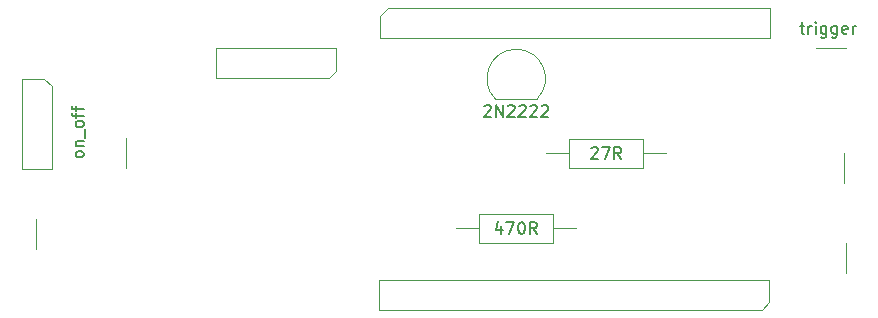
<source format=gbr>
%TF.GenerationSoftware,KiCad,Pcbnew,6.0.10-1.fc36*%
%TF.CreationDate,2023-01-12T14:27:36+01:00*%
%TF.ProjectId,wererabbit_game,77657265-7261-4626-9269-745f67616d65,rev?*%
%TF.SameCoordinates,Original*%
%TF.FileFunction,AssemblyDrawing,Top*%
%FSLAX46Y46*%
G04 Gerber Fmt 4.6, Leading zero omitted, Abs format (unit mm)*
G04 Created by KiCad (PCBNEW 6.0.10-1.fc36) date 2023-01-12 14:27:36*
%MOMM*%
%LPD*%
G01*
G04 APERTURE LIST*
%ADD10C,0.150000*%
%ADD11C,0.100000*%
%ADD12C,0.120000*%
G04 APERTURE END LIST*
D10*
%TO.C,R1*%
X140978095Y-119165714D02*
X140978095Y-119832380D01*
X140740000Y-118784761D02*
X140501904Y-119499047D01*
X141120952Y-119499047D01*
X141406666Y-118832380D02*
X142073333Y-118832380D01*
X141644761Y-119832380D01*
X142644761Y-118832380D02*
X142740000Y-118832380D01*
X142835238Y-118880000D01*
X142882857Y-118927619D01*
X142930476Y-119022857D01*
X142978095Y-119213333D01*
X142978095Y-119451428D01*
X142930476Y-119641904D01*
X142882857Y-119737142D01*
X142835238Y-119784761D01*
X142740000Y-119832380D01*
X142644761Y-119832380D01*
X142549523Y-119784761D01*
X142501904Y-119737142D01*
X142454285Y-119641904D01*
X142406666Y-119451428D01*
X142406666Y-119213333D01*
X142454285Y-119022857D01*
X142501904Y-118927619D01*
X142549523Y-118880000D01*
X142644761Y-118832380D01*
X143978095Y-119832380D02*
X143644761Y-119356190D01*
X143406666Y-119832380D02*
X143406666Y-118832380D01*
X143787619Y-118832380D01*
X143882857Y-118880000D01*
X143930476Y-118927619D01*
X143978095Y-119022857D01*
X143978095Y-119165714D01*
X143930476Y-119260952D01*
X143882857Y-119308571D01*
X143787619Y-119356190D01*
X143406666Y-119356190D01*
%TO.C,J11*%
X105608380Y-113180571D02*
X105560761Y-113275809D01*
X105513142Y-113323428D01*
X105417904Y-113371047D01*
X105132190Y-113371047D01*
X105036952Y-113323428D01*
X104989333Y-113275809D01*
X104941714Y-113180571D01*
X104941714Y-113037714D01*
X104989333Y-112942476D01*
X105036952Y-112894857D01*
X105132190Y-112847238D01*
X105417904Y-112847238D01*
X105513142Y-112894857D01*
X105560761Y-112942476D01*
X105608380Y-113037714D01*
X105608380Y-113180571D01*
X104941714Y-112418666D02*
X105608380Y-112418666D01*
X105036952Y-112418666D02*
X104989333Y-112371047D01*
X104941714Y-112275809D01*
X104941714Y-112132952D01*
X104989333Y-112037714D01*
X105084571Y-111990095D01*
X105608380Y-111990095D01*
X105703619Y-111752000D02*
X105703619Y-110990095D01*
X105608380Y-110609142D02*
X105560761Y-110704380D01*
X105513142Y-110752000D01*
X105417904Y-110799619D01*
X105132190Y-110799619D01*
X105036952Y-110752000D01*
X104989333Y-110704380D01*
X104941714Y-110609142D01*
X104941714Y-110466285D01*
X104989333Y-110371047D01*
X105036952Y-110323428D01*
X105132190Y-110275809D01*
X105417904Y-110275809D01*
X105513142Y-110323428D01*
X105560761Y-110371047D01*
X105608380Y-110466285D01*
X105608380Y-110609142D01*
X104941714Y-109990095D02*
X104941714Y-109609142D01*
X105608380Y-109847238D02*
X104751238Y-109847238D01*
X104656000Y-109799619D01*
X104608380Y-109704380D01*
X104608380Y-109609142D01*
X104941714Y-109418666D02*
X104941714Y-109037714D01*
X105608380Y-109275809D02*
X104751238Y-109275809D01*
X104656000Y-109228190D01*
X104608380Y-109132952D01*
X104608380Y-109037714D01*
%TO.C,R2*%
X148598095Y-112577619D02*
X148645714Y-112530000D01*
X148740952Y-112482380D01*
X148979047Y-112482380D01*
X149074285Y-112530000D01*
X149121904Y-112577619D01*
X149169523Y-112672857D01*
X149169523Y-112768095D01*
X149121904Y-112910952D01*
X148550476Y-113482380D01*
X149169523Y-113482380D01*
X149502857Y-112482380D02*
X150169523Y-112482380D01*
X149740952Y-113482380D01*
X151121904Y-113482380D02*
X150788571Y-113006190D01*
X150550476Y-113482380D02*
X150550476Y-112482380D01*
X150931428Y-112482380D01*
X151026666Y-112530000D01*
X151074285Y-112577619D01*
X151121904Y-112672857D01*
X151121904Y-112815714D01*
X151074285Y-112910952D01*
X151026666Y-112958571D01*
X150931428Y-113006190D01*
X150550476Y-113006190D01*
%TO.C,J7*%
X166259047Y-102225714D02*
X166640000Y-102225714D01*
X166401904Y-101892380D02*
X166401904Y-102749523D01*
X166449523Y-102844761D01*
X166544761Y-102892380D01*
X166640000Y-102892380D01*
X166973333Y-102892380D02*
X166973333Y-102225714D01*
X166973333Y-102416190D02*
X167020952Y-102320952D01*
X167068571Y-102273333D01*
X167163809Y-102225714D01*
X167259047Y-102225714D01*
X167592380Y-102892380D02*
X167592380Y-102225714D01*
X167592380Y-101892380D02*
X167544761Y-101940000D01*
X167592380Y-101987619D01*
X167640000Y-101940000D01*
X167592380Y-101892380D01*
X167592380Y-101987619D01*
X168497142Y-102225714D02*
X168497142Y-103035238D01*
X168449523Y-103130476D01*
X168401904Y-103178095D01*
X168306666Y-103225714D01*
X168163809Y-103225714D01*
X168068571Y-103178095D01*
X168497142Y-102844761D02*
X168401904Y-102892380D01*
X168211428Y-102892380D01*
X168116190Y-102844761D01*
X168068571Y-102797142D01*
X168020952Y-102701904D01*
X168020952Y-102416190D01*
X168068571Y-102320952D01*
X168116190Y-102273333D01*
X168211428Y-102225714D01*
X168401904Y-102225714D01*
X168497142Y-102273333D01*
X169401904Y-102225714D02*
X169401904Y-103035238D01*
X169354285Y-103130476D01*
X169306666Y-103178095D01*
X169211428Y-103225714D01*
X169068571Y-103225714D01*
X168973333Y-103178095D01*
X169401904Y-102844761D02*
X169306666Y-102892380D01*
X169116190Y-102892380D01*
X169020952Y-102844761D01*
X168973333Y-102797142D01*
X168925714Y-102701904D01*
X168925714Y-102416190D01*
X168973333Y-102320952D01*
X169020952Y-102273333D01*
X169116190Y-102225714D01*
X169306666Y-102225714D01*
X169401904Y-102273333D01*
X170259047Y-102844761D02*
X170163809Y-102892380D01*
X169973333Y-102892380D01*
X169878095Y-102844761D01*
X169830476Y-102749523D01*
X169830476Y-102368571D01*
X169878095Y-102273333D01*
X169973333Y-102225714D01*
X170163809Y-102225714D01*
X170259047Y-102273333D01*
X170306666Y-102368571D01*
X170306666Y-102463809D01*
X169830476Y-102559047D01*
X170735238Y-102892380D02*
X170735238Y-102225714D01*
X170735238Y-102416190D02*
X170782857Y-102320952D01*
X170830476Y-102273333D01*
X170925714Y-102225714D01*
X171020952Y-102225714D01*
%TO.C,Q1*%
X139525714Y-109017619D02*
X139573333Y-108970000D01*
X139668571Y-108922380D01*
X139906666Y-108922380D01*
X140001904Y-108970000D01*
X140049523Y-109017619D01*
X140097142Y-109112857D01*
X140097142Y-109208095D01*
X140049523Y-109350952D01*
X139478095Y-109922380D01*
X140097142Y-109922380D01*
X140525714Y-109922380D02*
X140525714Y-108922380D01*
X141097142Y-109922380D01*
X141097142Y-108922380D01*
X141525714Y-109017619D02*
X141573333Y-108970000D01*
X141668571Y-108922380D01*
X141906666Y-108922380D01*
X142001904Y-108970000D01*
X142049523Y-109017619D01*
X142097142Y-109112857D01*
X142097142Y-109208095D01*
X142049523Y-109350952D01*
X141478095Y-109922380D01*
X142097142Y-109922380D01*
X142478095Y-109017619D02*
X142525714Y-108970000D01*
X142620952Y-108922380D01*
X142859047Y-108922380D01*
X142954285Y-108970000D01*
X143001904Y-109017619D01*
X143049523Y-109112857D01*
X143049523Y-109208095D01*
X143001904Y-109350952D01*
X142430476Y-109922380D01*
X143049523Y-109922380D01*
X143430476Y-109017619D02*
X143478095Y-108970000D01*
X143573333Y-108922380D01*
X143811428Y-108922380D01*
X143906666Y-108970000D01*
X143954285Y-109017619D01*
X144001904Y-109112857D01*
X144001904Y-109208095D01*
X143954285Y-109350952D01*
X143382857Y-109922380D01*
X144001904Y-109922380D01*
X144382857Y-109017619D02*
X144430476Y-108970000D01*
X144525714Y-108922380D01*
X144763809Y-108922380D01*
X144859047Y-108970000D01*
X144906666Y-109017619D01*
X144954285Y-109112857D01*
X144954285Y-109208095D01*
X144906666Y-109350952D01*
X144335238Y-109922380D01*
X144954285Y-109922380D01*
D11*
%TO.C,R1*%
X139090000Y-120630000D02*
X145390000Y-120630000D01*
X147320000Y-119380000D02*
X145390000Y-119380000D01*
X139090000Y-118130000D02*
X139090000Y-120630000D01*
X137160000Y-119380000D02*
X139090000Y-119380000D01*
X145390000Y-120630000D02*
X145390000Y-118130000D01*
X145390000Y-118130000D02*
X139090000Y-118130000D01*
D12*
%TO.C,J8*%
X101600000Y-118570000D02*
X101600000Y-121110000D01*
%TO.C,J10*%
X170180000Y-123190000D02*
X170180000Y-120650000D01*
%TO.C,J11*%
X109220000Y-111710000D02*
X109220000Y-114250000D01*
%TO.C,J6*%
X169970000Y-115570000D02*
X169970000Y-113030000D01*
D11*
%TO.C,SW1*%
X102895000Y-114345000D02*
X100355000Y-114345000D01*
X102260000Y-106725000D02*
X102895000Y-107360000D01*
X100355000Y-114345000D02*
X100355000Y-106725000D01*
X100355000Y-106725000D02*
X102260000Y-106725000D01*
X102895000Y-107360000D02*
X102895000Y-114345000D01*
%TO.C,J9*%
X126365000Y-106680000D02*
X116840000Y-106680000D01*
X116840000Y-104140000D02*
X127000000Y-104140000D01*
X127000000Y-106045000D02*
X126365000Y-106680000D01*
X127000000Y-104140000D02*
X127000000Y-106045000D01*
X116840000Y-106680000D02*
X116840000Y-104140000D01*
%TO.C,J2*%
X130730000Y-101365000D02*
X131365000Y-100730000D01*
X163750000Y-100730000D02*
X163750000Y-103270000D01*
X131365000Y-100730000D02*
X163750000Y-100730000D01*
X130730000Y-103270000D02*
X130730000Y-101365000D01*
X163750000Y-103270000D02*
X130730000Y-103270000D01*
%TO.C,R2*%
X146710000Y-114280000D02*
X153010000Y-114280000D01*
X144780000Y-113030000D02*
X146710000Y-113030000D01*
X146710000Y-111780000D02*
X146710000Y-114280000D01*
X153010000Y-111780000D02*
X146710000Y-111780000D01*
X154940000Y-113030000D02*
X153010000Y-113030000D01*
X153010000Y-114280000D02*
X153010000Y-111780000D01*
D12*
%TO.C,J7*%
X170180000Y-104140000D02*
X167640000Y-104140000D01*
D11*
%TO.C,Q1*%
X140470000Y-108430000D02*
X143970000Y-108430000D01*
X142240000Y-104200000D02*
G75*
G03*
X140486375Y-108433625I0J-2480000D01*
G01*
X143993625Y-108433625D02*
G75*
G03*
X142240000Y-104200000I-1753625J1753625D01*
G01*
%TO.C,J1*%
X130650000Y-126270000D02*
X130650000Y-123730000D01*
X163035000Y-126270000D02*
X130650000Y-126270000D01*
X130650000Y-123730000D02*
X163670000Y-123730000D01*
X163670000Y-125635000D02*
X163035000Y-126270000D01*
X163670000Y-123730000D02*
X163670000Y-125635000D01*
%TD*%
M02*

</source>
